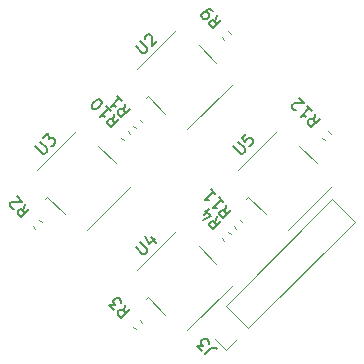
<source format=gto>
%TF.GenerationSoftware,KiCad,Pcbnew,(6.0.9)*%
%TF.CreationDate,2023-04-13T12:37:54+10:00*%
%TF.ProjectId,Dpadleft,44706164-6c65-4667-942e-6b696361645f,rev?*%
%TF.SameCoordinates,PX6bc3e40PY700e860*%
%TF.FileFunction,Legend,Top*%
%TF.FilePolarity,Positive*%
%FSLAX46Y46*%
G04 Gerber Fmt 4.6, Leading zero omitted, Abs format (unit mm)*
G04 Created by KiCad (PCBNEW (6.0.9)) date 2023-04-13 12:37:54*
%MOMM*%
%LPD*%
G01*
G04 APERTURE LIST*
%ADD10C,0.150000*%
%ADD11C,0.120000*%
%ADD12C,0.100000*%
G04 APERTURE END LIST*
D10*
%TO.C,R12*%
X30774451Y5615313D02*
X30673436Y5042894D01*
X31178512Y5211252D02*
X30471405Y4504146D01*
X30202031Y4773520D01*
X30168359Y4874535D01*
X30168359Y4941878D01*
X30202031Y5042894D01*
X30303046Y5143909D01*
X30404062Y5177581D01*
X30471405Y5177581D01*
X30572420Y5143909D01*
X30841794Y4874535D01*
X30101016Y6288749D02*
X30505077Y5884688D01*
X30303046Y6086718D02*
X29595939Y5379611D01*
X29764298Y5413283D01*
X29898985Y5413283D01*
X30000001Y5379611D01*
X29191878Y5918359D02*
X29124535Y5918359D01*
X29023520Y5952031D01*
X28855161Y6120390D01*
X28821489Y6221405D01*
X28821489Y6288749D01*
X28855161Y6389764D01*
X28922504Y6457107D01*
X29057191Y6524451D01*
X29865313Y6524451D01*
X29427581Y6962184D01*
%TO.C,R9*%
X22437732Y13952031D02*
X22336717Y13379611D01*
X22841793Y13547970D02*
X22134687Y12840863D01*
X21865312Y13110237D01*
X21831641Y13211252D01*
X21831641Y13278596D01*
X21865312Y13379611D01*
X21966328Y13480626D01*
X22067343Y13514298D01*
X22134687Y13514298D01*
X22235702Y13480626D01*
X22505076Y13211252D01*
X22101015Y14288749D02*
X21966328Y14423436D01*
X21865312Y14457107D01*
X21797969Y14457107D01*
X21629610Y14423436D01*
X21461251Y14322420D01*
X21191877Y14053046D01*
X21158206Y13952031D01*
X21158206Y13884688D01*
X21191877Y13783672D01*
X21326564Y13648985D01*
X21427580Y13615313D01*
X21494923Y13615313D01*
X21595938Y13648985D01*
X21764297Y13817344D01*
X21797969Y13918359D01*
X21797969Y13985703D01*
X21764297Y14086718D01*
X21629610Y14221405D01*
X21528595Y14255077D01*
X21461251Y14255077D01*
X21360236Y14221405D01*
%TO.C,J3*%
X21460790Y-14760615D02*
X21965866Y-14255539D01*
X22100553Y-14188195D01*
X22235240Y-14188195D01*
X22369927Y-14255539D01*
X22437270Y-14322882D01*
X21191416Y-14491241D02*
X20753683Y-14053508D01*
X21258759Y-14019836D01*
X21157744Y-13918821D01*
X21124072Y-13817806D01*
X21124072Y-13750462D01*
X21157744Y-13649447D01*
X21326103Y-13481088D01*
X21427118Y-13447417D01*
X21494461Y-13447417D01*
X21595477Y-13481088D01*
X21797507Y-13683119D01*
X21831179Y-13784134D01*
X21831179Y-13851478D01*
%TO.C,R10*%
X13774451Y5615313D02*
X13673436Y5042894D01*
X14178512Y5211252D02*
X13471405Y4504146D01*
X13202031Y4773520D01*
X13168359Y4874535D01*
X13168359Y4941878D01*
X13202031Y5042894D01*
X13303046Y5143909D01*
X13404062Y5177581D01*
X13471405Y5177581D01*
X13572420Y5143909D01*
X13841794Y4874535D01*
X13101016Y6288749D02*
X13505077Y5884688D01*
X13303046Y6086718D02*
X12595939Y5379611D01*
X12764298Y5413283D01*
X12898985Y5413283D01*
X13000001Y5379611D01*
X11956176Y6019375D02*
X11888833Y6086718D01*
X11855161Y6187733D01*
X11855161Y6255077D01*
X11888833Y6356092D01*
X11989848Y6524451D01*
X12158207Y6692810D01*
X12326565Y6793825D01*
X12427581Y6827497D01*
X12494924Y6827497D01*
X12595939Y6793825D01*
X12663283Y6726481D01*
X12696955Y6625466D01*
X12696955Y6558123D01*
X12663283Y6457107D01*
X12562268Y6288749D01*
X12393909Y6120390D01*
X12225550Y6019375D01*
X12124535Y5985703D01*
X12057191Y5985703D01*
X11956176Y6019375D01*
%TO.C,U3*%
X7074026Y2848478D02*
X7646446Y2276058D01*
X7747461Y2242386D01*
X7814805Y2242386D01*
X7915820Y2276058D01*
X8050507Y2410745D01*
X8084179Y2511760D01*
X8084179Y2579104D01*
X8050507Y2680119D01*
X7478087Y3252539D01*
X7747461Y3521913D02*
X8185194Y3959645D01*
X8218866Y3454569D01*
X8319881Y3555584D01*
X8420896Y3589256D01*
X8488240Y3589256D01*
X8589255Y3555584D01*
X8757614Y3387226D01*
X8791286Y3286210D01*
X8791286Y3218867D01*
X8757614Y3117852D01*
X8555583Y2915821D01*
X8454568Y2882149D01*
X8387225Y2882149D01*
%TO.C,R3*%
X14687732Y-10547969D02*
X14586717Y-11120389D01*
X15091793Y-10952030D02*
X14384687Y-11659137D01*
X14115312Y-11389763D01*
X14081641Y-11288748D01*
X14081641Y-11221404D01*
X14115312Y-11120389D01*
X14216328Y-11019374D01*
X14317343Y-10985702D01*
X14384687Y-10985702D01*
X14485702Y-11019374D01*
X14755076Y-11288748D01*
X13744923Y-11019374D02*
X13307190Y-10581641D01*
X13812267Y-10547969D01*
X13711251Y-10446954D01*
X13677580Y-10345938D01*
X13677580Y-10278595D01*
X13711251Y-10177580D01*
X13879610Y-10009221D01*
X13980625Y-9975549D01*
X14047969Y-9975549D01*
X14148984Y-10009221D01*
X14351015Y-10211251D01*
X14384687Y-10312267D01*
X14384687Y-10379610D01*
%TO.C,R4*%
X22437732Y-3047969D02*
X22336717Y-3620389D01*
X22841793Y-3452030D02*
X22134687Y-4159137D01*
X21865312Y-3889763D01*
X21831641Y-3788748D01*
X21831641Y-3721404D01*
X21865312Y-3620389D01*
X21966328Y-3519374D01*
X22067343Y-3485702D01*
X22134687Y-3485702D01*
X22235702Y-3519374D01*
X22505076Y-3788748D01*
X21360236Y-2913282D02*
X21831641Y-2441877D01*
X21259221Y-3351015D02*
X21932656Y-3014297D01*
X21494923Y-2576564D01*
%TO.C,U2*%
X15574026Y11348478D02*
X16146446Y10776058D01*
X16247461Y10742386D01*
X16314805Y10742386D01*
X16415820Y10776058D01*
X16550507Y10910745D01*
X16584179Y11011760D01*
X16584179Y11079104D01*
X16550507Y11180119D01*
X15978087Y11752539D01*
X16348477Y11988241D02*
X16348477Y12055584D01*
X16382148Y12156600D01*
X16550507Y12324958D01*
X16651522Y12358630D01*
X16718866Y12358630D01*
X16819881Y12324958D01*
X16887225Y12257615D01*
X16954568Y12122928D01*
X16954568Y11314806D01*
X17392301Y11752539D01*
%TO.C,R1*%
X14687732Y6452031D02*
X14586717Y5879611D01*
X15091793Y6047970D02*
X14384687Y5340863D01*
X14115312Y5610237D01*
X14081641Y5711252D01*
X14081641Y5778596D01*
X14115312Y5879611D01*
X14216328Y5980626D01*
X14317343Y6014298D01*
X14384687Y6014298D01*
X14485702Y5980626D01*
X14755076Y5711252D01*
X14014297Y7125466D02*
X14418358Y6721405D01*
X14216328Y6923436D02*
X13509221Y6216329D01*
X13677580Y6250000D01*
X13812267Y6250000D01*
X13913282Y6216329D01*
%TO.C,U5*%
X23824026Y2848478D02*
X24396446Y2276058D01*
X24497461Y2242386D01*
X24564805Y2242386D01*
X24665820Y2276058D01*
X24800507Y2410745D01*
X24834179Y2511760D01*
X24834179Y2579104D01*
X24800507Y2680119D01*
X24228087Y3252539D01*
X24901522Y3925974D02*
X24564805Y3589256D01*
X24867851Y3218867D01*
X24867851Y3286210D01*
X24901522Y3387226D01*
X25069881Y3555584D01*
X25170896Y3589256D01*
X25238240Y3589256D01*
X25339255Y3555584D01*
X25507614Y3387226D01*
X25541286Y3286210D01*
X25541286Y3218867D01*
X25507614Y3117852D01*
X25339255Y2949493D01*
X25238240Y2915821D01*
X25170896Y2915821D01*
%TO.C,R11*%
X23274450Y-2134687D02*
X23173435Y-2707106D01*
X23678511Y-2538748D02*
X22971404Y-3245854D01*
X22702030Y-2976480D01*
X22668358Y-2875465D01*
X22668358Y-2808122D01*
X22702030Y-2707106D01*
X22803045Y-2606091D01*
X22904061Y-2572419D01*
X22971404Y-2572419D01*
X23072419Y-2606091D01*
X23341793Y-2875465D01*
X22601015Y-1461251D02*
X23005076Y-1865312D01*
X22803045Y-1663282D02*
X22095938Y-2370389D01*
X22264297Y-2336717D01*
X22398984Y-2336717D01*
X22500000Y-2370389D01*
X21927580Y-787816D02*
X22331641Y-1191877D01*
X22129610Y-989847D02*
X21422503Y-1696954D01*
X21590862Y-1663282D01*
X21725549Y-1663282D01*
X21826564Y-1696954D01*
%TO.C,R2*%
X6187732Y-2047969D02*
X6086717Y-2620389D01*
X6591793Y-2452030D02*
X5884687Y-3159137D01*
X5615312Y-2889763D01*
X5581641Y-2788748D01*
X5581641Y-2721404D01*
X5615312Y-2620389D01*
X5716328Y-2519374D01*
X5817343Y-2485702D01*
X5884687Y-2485702D01*
X5985702Y-2519374D01*
X6255076Y-2788748D01*
X5278595Y-2418358D02*
X5211251Y-2418358D01*
X5110236Y-2384687D01*
X4941877Y-2216328D01*
X4908206Y-2115312D01*
X4908206Y-2047969D01*
X4941877Y-1946954D01*
X5009221Y-1879610D01*
X5143908Y-1812267D01*
X5952030Y-1812267D01*
X5514297Y-1374534D01*
%TO.C,U4*%
X15574026Y-5651522D02*
X16146446Y-6223942D01*
X16247461Y-6257614D01*
X16314805Y-6257614D01*
X16415820Y-6223942D01*
X16550507Y-6089255D01*
X16584179Y-5988240D01*
X16584179Y-5920896D01*
X16550507Y-5819881D01*
X15978087Y-5247461D01*
X16853553Y-4843400D02*
X17324957Y-5314805D01*
X16415820Y-4742385D02*
X16752538Y-5415820D01*
X17190270Y-4978087D01*
D11*
%TO.C,R12*%
X31372659Y3589940D02*
X31589940Y3372659D01*
X31910060Y4127341D02*
X32127341Y3910060D01*
%TO.C,R9*%
X23410060Y12627341D02*
X23627341Y12410060D01*
X22872659Y12089940D02*
X23089940Y11872659D01*
%TO.C,J3*%
X25098350Y-12532555D02*
X23217446Y-10651651D01*
X24200324Y-13430581D02*
X23259872Y-14371033D01*
X25098350Y-12532555D02*
X34121032Y-3509873D01*
X23259872Y-14371033D02*
X22319420Y-13430581D01*
X34121032Y-3509873D02*
X32240128Y-1628969D01*
X23217446Y-10651651D02*
X32240128Y-1628969D01*
%TO.C,R10*%
X14372659Y3589940D02*
X14589940Y3372659D01*
X14910060Y4127341D02*
X15127341Y3910060D01*
D12*
%TO.C,U3*%
X12424113Y2902249D02*
X13905643Y1420719D01*
X8098741Y-1407567D02*
X9589463Y-2898289D01*
X15211104Y-473620D02*
X11461599Y-4209265D01*
X7223060Y877802D02*
X10523410Y4178153D01*
X8103408Y-1412234D02*
X7926631Y-1589010D01*
D11*
%TO.C,R3*%
X16127341Y-12089940D02*
X15910060Y-11872659D01*
X15589940Y-12627341D02*
X15372659Y-12410060D01*
%TO.C,R4*%
X24627341Y-3589940D02*
X24410060Y-3372659D01*
X24089940Y-4127341D02*
X23872659Y-3910060D01*
D12*
%TO.C,U2*%
X23711104Y8026380D02*
X19961599Y4290735D01*
X15723060Y9377802D02*
X19023410Y12678153D01*
X16598741Y7092433D02*
X18089463Y5601711D01*
X16603408Y7087766D02*
X16426631Y6910990D01*
X20924113Y11402249D02*
X22405643Y9920719D01*
D11*
%TO.C,R1*%
X16127341Y4910060D02*
X15910060Y5127341D01*
X15589940Y4372659D02*
X15372659Y4589940D01*
D12*
%TO.C,U5*%
X25098741Y-1407567D02*
X26589463Y-2898289D01*
X25103408Y-1412234D02*
X24926631Y-1589010D01*
X24223060Y877802D02*
X27523410Y4178153D01*
X32211104Y-473620D02*
X28461599Y-4209265D01*
X29424113Y2902249D02*
X30905643Y1420719D01*
D11*
%TO.C,R11*%
X22872659Y-4910060D02*
X23089940Y-5127341D01*
X23410060Y-4372659D02*
X23627341Y-4589940D01*
%TO.C,R2*%
X7089940Y-4127341D02*
X6872659Y-3910060D01*
X7627341Y-3589940D02*
X7410060Y-3372659D01*
D12*
%TO.C,U4*%
X23711104Y-8973620D02*
X19961599Y-12709265D01*
X15723060Y-7622198D02*
X19023410Y-4321847D01*
X16598741Y-9907567D02*
X18089463Y-11398289D01*
X16603408Y-9912234D02*
X16426631Y-10089010D01*
X20924113Y-5597751D02*
X22405643Y-7079281D01*
%TD*%
M02*

</source>
